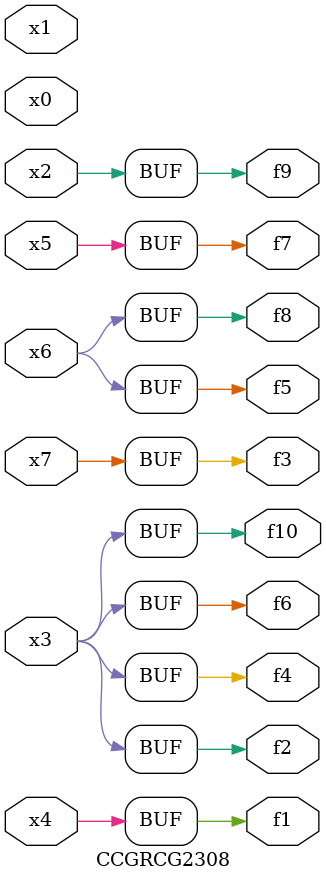
<source format=v>
module CCGRCG2308(
	input x0, x1, x2, x3, x4, x5, x6, x7,
	output f1, f2, f3, f4, f5, f6, f7, f8, f9, f10
);
	assign f1 = x4;
	assign f2 = x3;
	assign f3 = x7;
	assign f4 = x3;
	assign f5 = x6;
	assign f6 = x3;
	assign f7 = x5;
	assign f8 = x6;
	assign f9 = x2;
	assign f10 = x3;
endmodule

</source>
